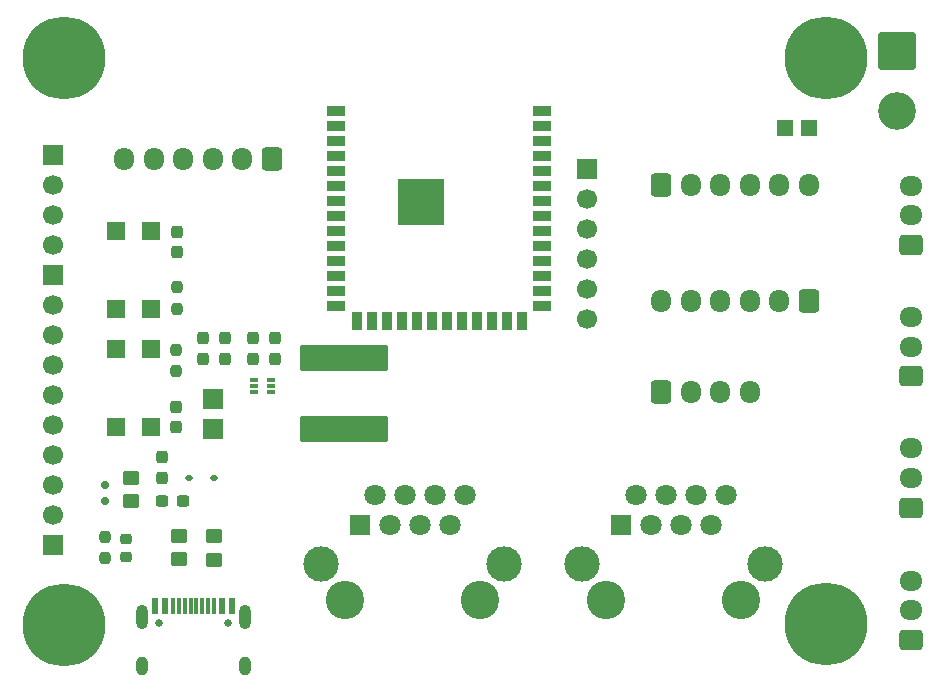
<source format=gbr>
%TF.GenerationSoftware,KiCad,Pcbnew,9.0.5*%
%TF.CreationDate,2026-01-03T21:21:06+05:30*%
%TF.ProjectId,Dietarium,44696574-6172-4697-956d-2e6b69636164,rev?*%
%TF.SameCoordinates,Original*%
%TF.FileFunction,Soldermask,Top*%
%TF.FilePolarity,Negative*%
%FSLAX46Y46*%
G04 Gerber Fmt 4.6, Leading zero omitted, Abs format (unit mm)*
G04 Created by KiCad (PCBNEW 9.0.5) date 2026-01-03 21:21:06*
%MOMM*%
%LPD*%
G01*
G04 APERTURE LIST*
G04 Aperture macros list*
%AMRoundRect*
0 Rectangle with rounded corners*
0 $1 Rounding radius*
0 $2 $3 $4 $5 $6 $7 $8 $9 X,Y pos of 4 corners*
0 Add a 4 corners polygon primitive as box body*
4,1,4,$2,$3,$4,$5,$6,$7,$8,$9,$2,$3,0*
0 Add four circle primitives for the rounded corners*
1,1,$1+$1,$2,$3*
1,1,$1+$1,$4,$5*
1,1,$1+$1,$6,$7*
1,1,$1+$1,$8,$9*
0 Add four rect primitives between the rounded corners*
20,1,$1+$1,$2,$3,$4,$5,0*
20,1,$1+$1,$4,$5,$6,$7,0*
20,1,$1+$1,$6,$7,$8,$9,0*
20,1,$1+$1,$8,$9,$2,$3,0*%
G04 Aperture macros list end*
%ADD10RoundRect,0.266667X1.333333X-1.333333X1.333333X1.333333X-1.333333X1.333333X-1.333333X-1.333333X0*%
%ADD11O,3.200000X3.200000*%
%ADD12RoundRect,0.237500X0.237500X-0.250000X0.237500X0.250000X-0.237500X0.250000X-0.237500X-0.250000X0*%
%ADD13RoundRect,0.250000X0.600000X0.725000X-0.600000X0.725000X-0.600000X-0.725000X0.600000X-0.725000X0*%
%ADD14O,1.700000X1.950000*%
%ADD15RoundRect,0.102000X-0.700000X0.700000X-0.700000X-0.700000X0.700000X-0.700000X0.700000X0.700000X0*%
%ADD16RoundRect,0.237500X0.237500X-0.300000X0.237500X0.300000X-0.237500X0.300000X-0.237500X-0.300000X0*%
%ADD17RoundRect,0.112500X0.187500X0.112500X-0.187500X0.112500X-0.187500X-0.112500X0.187500X-0.112500X0*%
%ADD18RoundRect,0.150000X0.200000X-0.150000X0.200000X0.150000X-0.200000X0.150000X-0.200000X-0.150000X0*%
%ADD19RoundRect,0.250000X0.725000X-0.600000X0.725000X0.600000X-0.725000X0.600000X-0.725000X-0.600000X0*%
%ADD20O,1.950000X1.700000*%
%ADD21C,3.900000*%
%ADD22C,7.000000*%
%ADD23R,1.700000X1.700000*%
%ADD24RoundRect,0.218750X0.256250X-0.218750X0.256250X0.218750X-0.256250X0.218750X-0.256250X-0.218750X0*%
%ADD25RoundRect,0.237500X-0.300000X-0.237500X0.300000X-0.237500X0.300000X0.237500X-0.300000X0.237500X0*%
%ADD26C,0.650000*%
%ADD27R,0.600000X1.450000*%
%ADD28R,0.300000X1.450000*%
%ADD29O,1.000000X2.100000*%
%ADD30O,1.000000X1.600000*%
%ADD31C,3.250000*%
%ADD32R,1.800000X1.800000*%
%ADD33C,1.800000*%
%ADD34C,3.000000*%
%ADD35RoundRect,0.250000X-0.600000X-0.725000X0.600000X-0.725000X0.600000X0.725000X-0.600000X0.725000X0*%
%ADD36RoundRect,0.237500X-0.237500X0.250000X-0.237500X-0.250000X0.237500X-0.250000X0.237500X0.250000X0*%
%ADD37RoundRect,0.250000X0.450000X-0.350000X0.450000X0.350000X-0.450000X0.350000X-0.450000X-0.350000X0*%
%ADD38RoundRect,0.087500X-0.250000X-0.087500X0.250000X-0.087500X0.250000X0.087500X-0.250000X0.087500X0*%
%ADD39C,1.700000*%
%ADD40RoundRect,0.249999X3.500001X-0.850001X3.500001X0.850001X-3.500001X0.850001X-3.500001X-0.850001X0*%
%ADD41RoundRect,0.237500X-0.237500X0.300000X-0.237500X-0.300000X0.237500X-0.300000X0.237500X0.300000X0*%
%ADD42R,1.350000X1.350000*%
%ADD43C,0.600000*%
%ADD44R,3.900000X3.900000*%
%ADD45R,1.500000X0.900000*%
%ADD46R,0.900000X1.500000*%
G04 APERTURE END LIST*
D10*
%TO.C,J11*%
X125498550Y-54425455D03*
D11*
X125498550Y-59505455D03*
%TD*%
D12*
%TO.C,R7*%
X58496419Y-97397702D03*
X58496419Y-95572702D03*
%TD*%
D13*
%TO.C,J5*%
X72597051Y-63545343D03*
D14*
X70097051Y-63545343D03*
X67597051Y-63545343D03*
X65097051Y-63545343D03*
X62597051Y-63545343D03*
X60097051Y-63545343D03*
%TD*%
D15*
%TO.C,S2*%
X62389930Y-79672390D03*
X62389930Y-86272390D03*
X59389930Y-79672390D03*
X59389930Y-86272390D03*
%TD*%
D16*
%TO.C,C9*%
X64499450Y-86299999D03*
X64499450Y-84574999D03*
%TD*%
D17*
%TO.C,D1*%
X67661201Y-90552045D03*
X65561201Y-90552045D03*
%TD*%
D18*
%TO.C,D2*%
X58473739Y-91173602D03*
X58473739Y-92573602D03*
%TD*%
D19*
%TO.C,J7*%
X126745255Y-104293247D03*
D20*
X126745255Y-101793247D03*
X126745255Y-99293247D03*
%TD*%
D21*
%TO.C,H4*%
X119516498Y-55014173D03*
D22*
X119516498Y-55014173D03*
%TD*%
D23*
%TO.C,JP2*%
X67647243Y-86455973D03*
X67647243Y-83915973D03*
%TD*%
D21*
%TO.C,H1*%
X55014297Y-103024875D03*
D22*
X55014297Y-103024875D03*
%TD*%
D16*
%TO.C,C2*%
X63313430Y-90563180D03*
X63313430Y-88838180D03*
%TD*%
%TO.C,C6*%
X70985203Y-80487431D03*
X70985203Y-78762431D03*
%TD*%
D19*
%TO.C,J10*%
X126738330Y-70842464D03*
D20*
X126738330Y-68342464D03*
X126738330Y-65842464D03*
%TD*%
D24*
%TO.C,D5*%
X60289913Y-97296350D03*
X60289913Y-95721350D03*
%TD*%
D16*
%TO.C,C5*%
X72890135Y-80490536D03*
X72890135Y-78765536D03*
%TD*%
D15*
%TO.C,S1*%
X62400000Y-69712500D03*
X62400000Y-76312500D03*
X59400000Y-69712500D03*
X59400000Y-76312500D03*
%TD*%
D12*
%TO.C,R8*%
X64493423Y-81541970D03*
X64493423Y-79716970D03*
%TD*%
D25*
%TO.C,C1*%
X63330923Y-92569729D03*
X65055923Y-92569729D03*
%TD*%
D26*
%TO.C,J1*%
X63074425Y-102864589D03*
X68854425Y-102864589D03*
D27*
X62714425Y-101419589D03*
X63514425Y-101419589D03*
D28*
X64714425Y-101419589D03*
X65714425Y-101419589D03*
X66214425Y-101419589D03*
X67214425Y-101419589D03*
D27*
X68414425Y-101419589D03*
X69214425Y-101419589D03*
X69214425Y-101419589D03*
X68414425Y-101419589D03*
D28*
X67714425Y-101419589D03*
X66714425Y-101419589D03*
X65214425Y-101419589D03*
X64214425Y-101419589D03*
D27*
X63514425Y-101419589D03*
X62714425Y-101419589D03*
D29*
X61644425Y-102334589D03*
D30*
X61644425Y-106514589D03*
D29*
X70284425Y-102334589D03*
D30*
X70284425Y-106514589D03*
%TD*%
D31*
%TO.C,J13*%
X100867550Y-100904837D03*
X112297550Y-100904837D03*
D32*
X102137550Y-94554837D03*
D33*
X103407550Y-92014837D03*
X104677550Y-94554837D03*
X105947550Y-92014837D03*
X107217550Y-94554837D03*
X108487550Y-92014837D03*
X109757550Y-94554837D03*
X111027550Y-92014837D03*
D34*
X98837550Y-97854837D03*
X114327550Y-97854837D03*
%TD*%
D35*
%TO.C,J2*%
X105578338Y-83289838D03*
D14*
X108078338Y-83289838D03*
X110578338Y-83289838D03*
X113078338Y-83289838D03*
%TD*%
D36*
%TO.C,R9*%
X64566746Y-74454108D03*
X64566746Y-76279108D03*
%TD*%
D21*
%TO.C,H3*%
X119500770Y-102991232D03*
D22*
X119500770Y-102991232D03*
%TD*%
D19*
%TO.C,J9*%
X126746547Y-81981121D03*
D20*
X126746547Y-79481121D03*
X126746547Y-76981121D03*
%TD*%
D16*
%TO.C,C3*%
X68591634Y-80502909D03*
X68591634Y-78777909D03*
%TD*%
D37*
%TO.C,R2*%
X64749746Y-97488783D03*
X64749746Y-95488783D03*
%TD*%
D38*
%TO.C,U1*%
X71086767Y-82299165D03*
X71086767Y-82799165D03*
X71086767Y-83299165D03*
X72511767Y-83299165D03*
X72511767Y-82799165D03*
X72511767Y-82299165D03*
%TD*%
D31*
%TO.C,J14*%
X78812138Y-100903198D03*
X90242138Y-100903198D03*
D32*
X80082138Y-94553198D03*
D33*
X81352138Y-92013198D03*
X82622138Y-94553198D03*
X83892138Y-92013198D03*
X85162138Y-94553198D03*
X86432138Y-92013198D03*
X87702138Y-94553198D03*
X88972138Y-92013198D03*
D34*
X76782138Y-97853198D03*
X92272138Y-97853198D03*
%TD*%
D23*
%TO.C,J12*%
X54086454Y-63259590D03*
D39*
X54086454Y-65799590D03*
X54086454Y-68339590D03*
X54086454Y-70879590D03*
D23*
X54086454Y-73419590D03*
D39*
X54086454Y-75959590D03*
X54086454Y-78499590D03*
X54086454Y-81039590D03*
X54086454Y-83579590D03*
X54086454Y-86119590D03*
X54086454Y-88659590D03*
X54086454Y-91199590D03*
X54086454Y-93739590D03*
D23*
X54086454Y-96279590D03*
%TD*%
D37*
%TO.C,R1*%
X67697248Y-97495194D03*
X67697248Y-95495194D03*
%TD*%
D35*
%TO.C,J4*%
X105550000Y-65800000D03*
D14*
X108050000Y-65800000D03*
X110550000Y-65800000D03*
X113050000Y-65800000D03*
X115550000Y-65800000D03*
X118050000Y-65800000D03*
%TD*%
D16*
%TO.C,C4*%
X66791634Y-80502909D03*
X66791634Y-78777909D03*
%TD*%
D13*
%TO.C,J6*%
X118072004Y-75596282D03*
D14*
X115572004Y-75596282D03*
X113072004Y-75596282D03*
X110572004Y-75596282D03*
X108072004Y-75596282D03*
X105572004Y-75596282D03*
%TD*%
D21*
%TO.C,H2*%
X54988635Y-54993799D03*
D22*
X54988635Y-54993799D03*
%TD*%
D40*
%TO.C,L1*%
X78699049Y-86468132D03*
X78699049Y-80468132D03*
%TD*%
D23*
%TO.C,J3*%
X99280373Y-64401618D03*
D39*
X99280373Y-66941618D03*
X99280373Y-69481618D03*
X99280373Y-72021618D03*
X99280373Y-74561618D03*
X99280373Y-77101618D03*
%TD*%
D41*
%TO.C,C10*%
X64588545Y-69726520D03*
X64588545Y-71451520D03*
%TD*%
D37*
%TO.C,FB1*%
X60697023Y-92568007D03*
X60697023Y-90568007D03*
%TD*%
D20*
%TO.C,J8*%
X126732392Y-88091320D03*
X126732392Y-90591320D03*
D19*
X126732392Y-93091320D03*
%TD*%
D42*
%TO.C,JP1*%
X116035408Y-60981673D03*
X118035408Y-60981673D03*
%TD*%
D43*
%TO.C,U2*%
X86663107Y-67948879D03*
X86663107Y-66548879D03*
X85963107Y-68648879D03*
X85963107Y-67248879D03*
X85963107Y-65848879D03*
X85263107Y-67948879D03*
D44*
X85263107Y-67248879D03*
D43*
X85263107Y-66548879D03*
X84563107Y-68648879D03*
X84563107Y-67248879D03*
X84563107Y-65848879D03*
X83863107Y-67948879D03*
X83863107Y-66548879D03*
D45*
X95513107Y-59528879D03*
X95513107Y-60798879D03*
X95513107Y-62068879D03*
X95513107Y-63338879D03*
X95513107Y-64608879D03*
X95513107Y-65878879D03*
X95513107Y-67148879D03*
X95513107Y-68418879D03*
X95513107Y-69688879D03*
X95513107Y-70958879D03*
X95513107Y-72228879D03*
X95513107Y-73498879D03*
X95513107Y-74768879D03*
X95513107Y-76038879D03*
D46*
X93748107Y-77288879D03*
X92478107Y-77288879D03*
X91208107Y-77288879D03*
X89938107Y-77288879D03*
X88668107Y-77288879D03*
X87398107Y-77288879D03*
X86128107Y-77288879D03*
X84858107Y-77288879D03*
X83588107Y-77288879D03*
X82318107Y-77288879D03*
X81048107Y-77288879D03*
X79778107Y-77288879D03*
D45*
X78013107Y-76038879D03*
X78013107Y-74768879D03*
X78013107Y-73498879D03*
X78013107Y-72228879D03*
X78013107Y-70958879D03*
X78013107Y-69688879D03*
X78013107Y-68418879D03*
X78013107Y-67148879D03*
X78013107Y-65878879D03*
X78013107Y-64608879D03*
X78013107Y-63338879D03*
X78013107Y-62068879D03*
X78013107Y-60798879D03*
X78013107Y-59528879D03*
%TD*%
M02*

</source>
